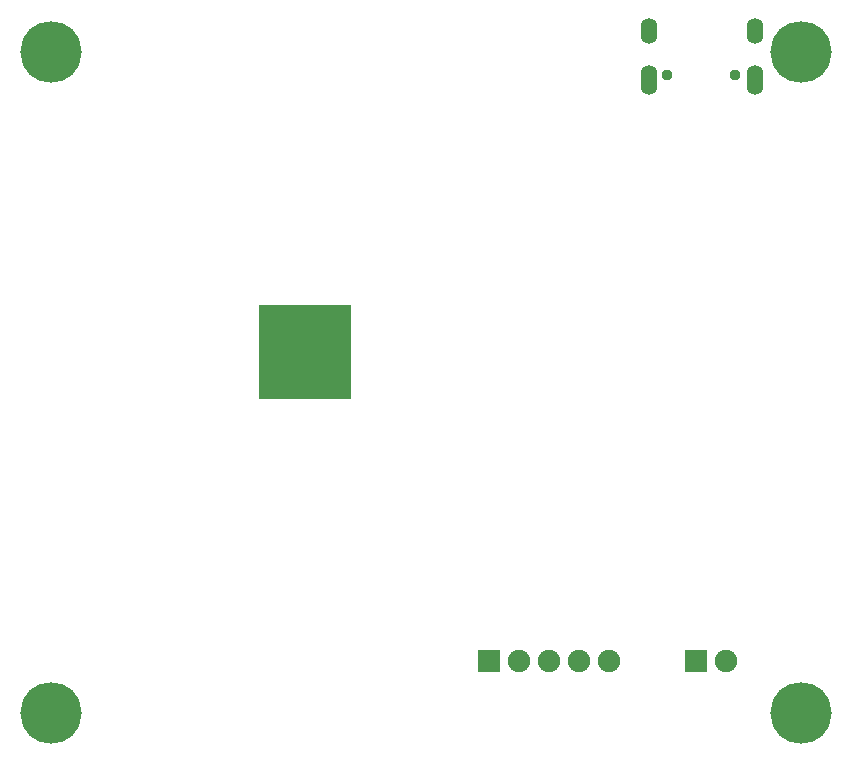
<source format=gbs>
G04*
G04 #@! TF.GenerationSoftware,Altium Limited,Altium Designer,18.0.10 (644)*
G04*
G04 Layer_Color=16711935*
%FSLAX25Y25*%
%MOIN*%
G70*
G01*
G75*
%ADD95C,0.03753*%
%ADD96O,0.05524X0.08674*%
%ADD97O,0.05524X0.09855*%
%ADD98C,0.07493*%
%ADD99R,0.07493X0.07493*%
%ADD100C,0.20485*%
%ADD115R,0.31000X0.31500*%
D95*
X352534Y377374D02*
D03*
X329778D02*
D03*
D96*
X359217Y391744D02*
D03*
X323784Y391744D02*
D03*
D97*
X323783Y375406D02*
D03*
X359216Y375406D02*
D03*
D98*
X310500Y182000D02*
D03*
X280500D02*
D03*
X290500D02*
D03*
X300500D02*
D03*
X349441D02*
D03*
D99*
X270500D02*
D03*
X339441D02*
D03*
D100*
X374500Y385000D02*
D03*
X374500Y164500D02*
D03*
X124500D02*
D03*
Y385000D02*
D03*
D115*
X209000Y284750D02*
D03*
M02*

</source>
